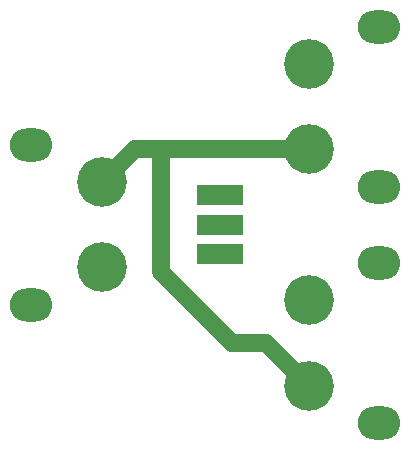
<source format=gbr>
G04 #@! TF.GenerationSoftware,KiCad,Pcbnew,5.0.2-bee76a0~70~ubuntu16.04.1*
G04 #@! TF.CreationDate,2019-11-03T02:00:58+01:00*
G04 #@! TF.ProjectId,switch,73776974-6368-42e6-9b69-6361645f7063,rev?*
G04 #@! TF.SameCoordinates,Original*
G04 #@! TF.FileFunction,Copper,L2,Bot*
G04 #@! TF.FilePolarity,Positive*
%FSLAX46Y46*%
G04 Gerber Fmt 4.6, Leading zero omitted, Abs format (unit mm)*
G04 Created by KiCad (PCBNEW 5.0.2-bee76a0~70~ubuntu16.04.1) date Sun 03 Nov 2019 02:00:58 AM CET*
%MOMM*%
%LPD*%
G01*
G04 APERTURE LIST*
G04 #@! TA.AperFunction,ComponentPad*
%ADD10C,4.200000*%
G04 #@! TD*
G04 #@! TA.AperFunction,ComponentPad*
%ADD11O,3.600000X2.800000*%
G04 #@! TD*
G04 #@! TA.AperFunction,ComponentPad*
%ADD12R,4.000000X1.800000*%
G04 #@! TD*
G04 #@! TA.AperFunction,Conductor*
%ADD13C,1.500000*%
G04 #@! TD*
G04 APERTURE END LIST*
D10*
G04 #@! TO.P,J1,1*
G04 #@! TO.N,Net-(J1-Pad1)*
X120000000Y-51400000D03*
G04 #@! TO.P,J1,2*
G04 #@! TO.N,Net-(J1-Pad2)*
X120000000Y-58600000D03*
D11*
G04 #@! TO.P,J1,*
G04 #@! TO.N,*
X114000000Y-48250000D03*
X114000000Y-61750000D03*
G04 #@! TD*
D10*
G04 #@! TO.P,J2,1*
G04 #@! TO.N,Net-(J1-Pad1)*
X137500000Y-68600000D03*
G04 #@! TO.P,J2,2*
G04 #@! TO.N,Net-(J2-Pad2)*
X137500000Y-61400000D03*
D11*
G04 #@! TO.P,J2,*
G04 #@! TO.N,*
X143500000Y-71750000D03*
X143500000Y-58250000D03*
G04 #@! TD*
G04 #@! TO.P,J3,*
G04 #@! TO.N,*
X143500000Y-38250000D03*
X143500000Y-51750000D03*
D10*
G04 #@! TO.P,J3,2*
G04 #@! TO.N,Net-(J3-Pad2)*
X137500000Y-41400000D03*
G04 #@! TO.P,J3,1*
G04 #@! TO.N,Net-(J1-Pad1)*
X137500000Y-48600000D03*
G04 #@! TD*
D12*
G04 #@! TO.P,SW1,1*
G04 #@! TO.N,Net-(J2-Pad2)*
X130000000Y-57500000D03*
G04 #@! TO.P,SW1,2*
G04 #@! TO.N,Net-(J1-Pad2)*
X130000000Y-55000000D03*
G04 #@! TO.P,SW1,3*
G04 #@! TO.N,Net-(J3-Pad2)*
X130000000Y-52500000D03*
G04 #@! TD*
D13*
G04 #@! TO.N,Net-(J1-Pad1)*
X120000000Y-51400000D02*
X122800000Y-48600000D01*
X122800000Y-48600000D02*
X125000000Y-48600000D01*
X125000000Y-48600000D02*
X137500000Y-48600000D01*
X131000000Y-65000000D02*
X125000000Y-59000000D01*
X133900000Y-65000000D02*
X131000000Y-65000000D01*
X125000000Y-59000000D02*
X125000000Y-48600000D01*
X137500000Y-68600000D02*
X133900000Y-65000000D01*
G04 #@! TD*
M02*

</source>
